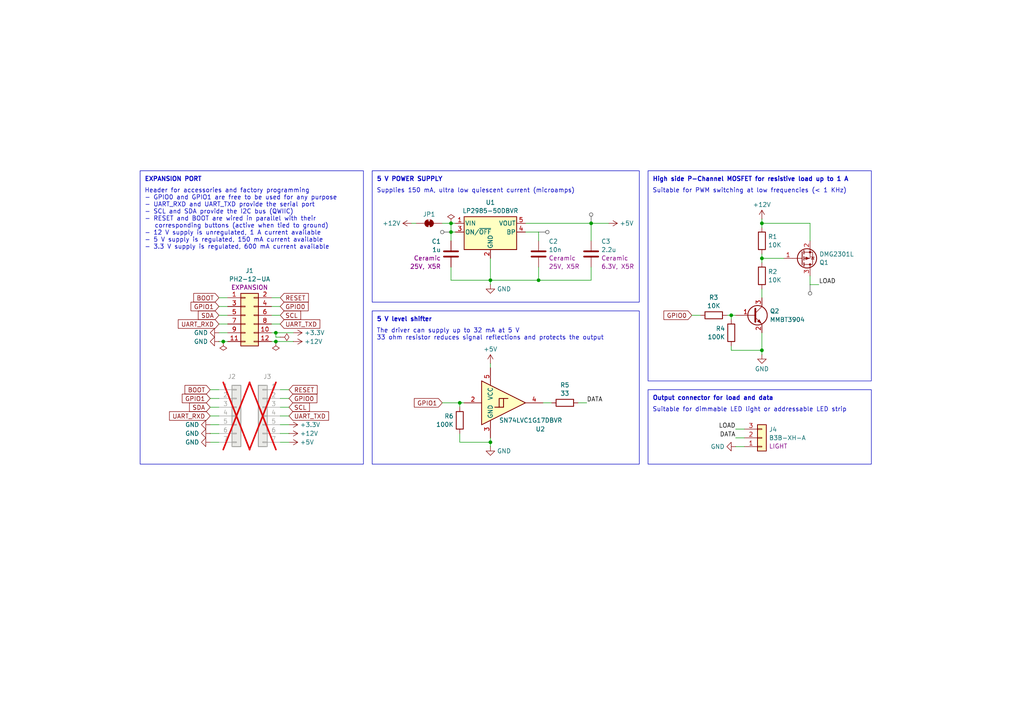
<source format=kicad_sch>
(kicad_sch (version 20231120) (generator "eeschema") (generator_version "8.0")
  (paper "A4")
  (title_block (title "Minuet Light Accessory") (date "2025-02") (rev "2.5"))
  (lib_symbols
    (symbol "74xGxx:74LVC1G17"
      (property "Reference" "U" (at 0 3.81 0))
      (property "Value" "74LVC1G17" (at 0 -3.81 0))
      (symbol "74LVC1G17_0_1"
        (polyline (pts (xy -7.62 6.35) (xy -7.62 -6.35) (xy 5.08 0) (xy -7.62 6.35)) (stroke (width 0.254)) (fill (type background)))
        (polyline (pts (xy -3.81 -1.27) (xy -2.54 -1.27) (xy -2.54 1.27) (xy -1.27 1.27)) (stroke (width 0.254)) (fill (type background)))
        (polyline (pts (xy -2.54 -1.27) (xy -1.27 -1.27) (xy -1.27 1.27) (xy 0 1.27)) (stroke (width 0.254)) (fill (type background)))
      )
      (symbol "74LVC1G17_1_1"
        (pin no_connect line (at -7.62 5.08 180) (length 5.08) hide (name "NC") (number "1"))
        (pin input line (at -12.7 0 0) (length 5.08) (name "~") (number "2"))
        (pin power_in line (at -5.08 -10.16 90) (length 5.08) (name "GND") (number "3"))
        (pin output line (at 10.16 0 180) (length 5.08) (name "~") (number "4"))
        (pin power_in line (at -5.08 10.16 270) (length 5.08) (name "VCC") (number "5"))
      )
    )
    (symbol "Connector_Generic:Conn_01x03" (pin_names (offset 1.016) hide)
      (property "Reference" "J" (at 0 5.08 0))
      (property "Value" "Conn_01x03" (at 0 -5.08 0))
      (symbol "Conn_01x03_1_1"
        (rectangle (start -1.27 -2.413) (end 0 -2.667) (stroke (width 0.1524)))
        (rectangle (start -1.27 0.127) (end 0 -0.127) (stroke (width 0.1524)))
        (rectangle (start -1.27 2.667) (end 0 2.413) (stroke (width 0.1524)))
        (rectangle (start -1.27 3.81) (end 1.27 -3.81) (stroke (width 0.254)) (fill (type background)))
        (pin passive line (at -5.08 2.54 0) (length 3.81) (name "Pin_1") (number "1"))
        (pin passive line (at -5.08 0 0) (length 3.81) (name "Pin_2") (number "2"))
        (pin passive line (at -5.08 -2.54 0) (length 3.81) (name "Pin_3") (number "3"))
      )
    )
    (symbol "Connector_Generic:Conn_01x07" (pin_names (offset 1.016) hide)
      (property "Reference" "J" (at 0 10.16 0))
      (property "Value" "Conn_01x07" (at 0 -10.16 0))
      (symbol "Conn_01x07_1_1"
        (rectangle (start -1.27 -7.493) (end 0 -7.747) (stroke (width 0.1524)))
        (rectangle (start -1.27 -4.953) (end 0 -5.207) (stroke (width 0.1524)))
        (rectangle (start -1.27 -2.413) (end 0 -2.667) (stroke (width 0.1524)))
        (rectangle (start -1.27 0.127) (end 0 -0.127) (stroke (width 0.1524)))
        (rectangle (start -1.27 2.667) (end 0 2.413) (stroke (width 0.1524)))
        (rectangle (start -1.27 5.207) (end 0 4.953) (stroke (width 0.1524)))
        (rectangle (start -1.27 7.747) (end 0 7.493) (stroke (width 0.1524)))
        (rectangle (start -1.27 8.89) (end 1.27 -8.89) (stroke (width 0.254)) (fill (type background)))
        (pin passive line (at -5.08 7.62 0) (length 3.81) (name "Pin_1") (number "1"))
        (pin passive line (at -5.08 5.08 0) (length 3.81) (name "Pin_2") (number "2"))
        (pin passive line (at -5.08 2.54 0) (length 3.81) (name "Pin_3") (number "3"))
        (pin passive line (at -5.08 0 0) (length 3.81) (name "Pin_4") (number "4"))
        (pin passive line (at -5.08 -2.54 0) (length 3.81) (name "Pin_5") (number "5"))
        (pin passive line (at -5.08 -5.08 0) (length 3.81) (name "Pin_6") (number "6"))
        (pin passive line (at -5.08 -7.62 0) (length 3.81) (name "Pin_7") (number "7"))
      )
    )
    (symbol "Connector_Generic:Conn_02x06_Odd_Even" (pin_names (offset 1.016) hide)
      (property "Reference" "J" (at 1.27 7.62 0))
      (property "Value" "Conn_02x06_Odd_Even" (at 1.27 -10.16 0))
      (symbol "Conn_02x06_Odd_Even_1_1"
        (rectangle (start -1.27 -7.493) (end 0 -7.747) (stroke (width 0.1524)))
        (rectangle (start -1.27 -4.953) (end 0 -5.207) (stroke (width 0.1524)))
        (rectangle (start -1.27 -2.413) (end 0 -2.667) (stroke (width 0.1524)))
        (rectangle (start -1.27 0.127) (end 0 -0.127) (stroke (width 0.1524)))
        (rectangle (start -1.27 2.667) (end 0 2.413) (stroke (width 0.1524)))
        (rectangle (start -1.27 5.207) (end 0 4.953) (stroke (width 0.1524)))
        (rectangle (start -1.27 6.35) (end 3.81 -8.89) (stroke (width 0.254)) (fill (type background)))
        (rectangle (start 3.81 -7.493) (end 2.54 -7.747) (stroke (width 0.1524)))
        (rectangle (start 3.81 -4.953) (end 2.54 -5.207) (stroke (width 0.1524)))
        (rectangle (start 3.81 -2.413) (end 2.54 -2.667) (stroke (width 0.1524)))
        (rectangle (start 3.81 0.127) (end 2.54 -0.127) (stroke (width 0.1524)))
        (rectangle (start 3.81 2.667) (end 2.54 2.413) (stroke (width 0.1524)))
        (rectangle (start 3.81 5.207) (end 2.54 4.953) (stroke (width 0.1524)))
        (pin passive line (at -5.08 5.08 0) (length 3.81) (name "Pin_1") (number "1"))
        (pin passive line (at 7.62 -5.08 180) (length 3.81) (name "Pin_10") (number "10"))
        (pin passive line (at -5.08 -7.62 0) (length 3.81) (name "Pin_11") (number "11"))
        (pin passive line (at 7.62 -7.62 180) (length 3.81) (name "Pin_12") (number "12"))
        (pin passive line (at 7.62 5.08 180) (length 3.81) (name "Pin_2") (number "2"))
        (pin passive line (at -5.08 2.54 0) (length 3.81) (name "Pin_3") (number "3"))
        (pin passive line (at 7.62 2.54 180) (length 3.81) (name "Pin_4") (number "4"))
        (pin passive line (at -5.08 0 0) (length 3.81) (name "Pin_5") (number "5"))
        (pin passive line (at 7.62 0 180) (length 3.81) (name "Pin_6") (number "6"))
        (pin passive line (at -5.08 -2.54 0) (length 3.81) (name "Pin_7") (number "7"))
        (pin passive line (at 7.62 -2.54 180) (length 3.81) (name "Pin_8") (number "8"))
        (pin passive line (at -5.08 -5.08 0) (length 3.81) (name "Pin_9") (number "9"))
      )
    )
    (symbol "Device:C" (pin_numbers hide) (pin_names (offset 0.254))
      (property "Reference" "C" (at 0.635 2.54 0))
      (property "Value" "C" (at 0.635 -2.54 0))
      (symbol "C_0_1"
        (polyline (pts (xy -2.032 -0.762) (xy 2.032 -0.762)) (stroke (width 0.508)))
        (polyline (pts (xy -2.032 0.762) (xy 2.032 0.762)) (stroke (width 0.508)))
      )
      (symbol "C_1_1"
        (pin passive line (at 0 3.81 270) (length 2.794) (name "~") (number "1"))
        (pin passive line (at 0 -3.81 90) (length 2.794) (name "~") (number "2"))
      )
    )
    (symbol "Device:Q_PMOS_GSD" (pin_names (offset 0) hide)
      (property "Reference" "Q" (at 5.08 1.27 0))
      (property "Value" "Q_PMOS_GSD" (at 5.08 -1.27 0))
      (symbol "Q_PMOS_GSD_0_1"
        (polyline (pts (xy 0.254 0) (xy -2.54 0)))
        (polyline (pts (xy 0.254 1.905) (xy 0.254 -1.905)) (stroke (width 0.254)))
        (polyline (pts (xy 0.762 -1.27) (xy 0.762 -2.286)) (stroke (width 0.254)))
        (polyline (pts (xy 0.762 0.508) (xy 0.762 -0.508)) (stroke (width 0.254)))
        (polyline (pts (xy 0.762 2.286) (xy 0.762 1.27)) (stroke (width 0.254)))
        (polyline (pts (xy 2.54 2.54) (xy 2.54 1.778)))
        (polyline (pts (xy 2.54 -2.54) (xy 2.54 0) (xy 0.762 0)))
        (polyline (pts (xy 0.762 1.778) (xy 3.302 1.778) (xy 3.302 -1.778) (xy 0.762 -1.778)))
        (polyline (pts (xy 2.286 0) (xy 1.27 0.381) (xy 1.27 -0.381) (xy 2.286 0)) (fill (type outline)))
        (polyline (pts (xy 2.794 -0.508) (xy 2.921 -0.381) (xy 3.683 -0.381) (xy 3.81 -0.254)))
        (polyline (pts (xy 3.302 -0.381) (xy 2.921 0.254) (xy 3.683 0.254) (xy 3.302 -0.381)))
        (circle (center 1.651 0) (radius 2.794) (stroke (width 0.254)))
        (circle (center 2.54 -1.778) (radius 0.254) (fill (type outline)))
        (circle (center 2.54 1.778) (radius 0.254) (fill (type outline)))
      )
      (symbol "Q_PMOS_GSD_1_1"
        (pin input line (at -5.08 0 0) (length 2.54) (name "G") (number "1"))
        (pin passive line (at 2.54 -5.08 90) (length 2.54) (name "S") (number "2"))
        (pin passive line (at 2.54 5.08 270) (length 2.54) (name "D") (number "3"))
      )
    )
    (symbol "Device:R" (pin_numbers hide) (pin_names (offset 0))
      (property "Reference" "R" (at 2.032 0 90))
      (property "Value" "R" (at 0 0 90))
      (symbol "R_0_1"
        (rectangle (start -1.016 -2.54) (end 1.016 2.54) (stroke (width 0.254)))
      )
      (symbol "R_1_1"
        (pin passive line (at 0 3.81 270) (length 1.27) (name "~") (number "1"))
        (pin passive line (at 0 -3.81 90) (length 1.27) (name "~") (number "2"))
      )
    )
    (symbol "Jumper:SolderJumper_2_Bridged" (pin_numbers hide) (pin_names (offset 0) hide) (exclude_from_sim yes) (in_bom no)
      (property "Reference" "JP" (at 0 2.032 0))
      (property "Value" "SolderJumper_2_Bridged" (at 0 -2.54 0))
      (symbol "SolderJumper_2_Bridged_0_1"
        (rectangle (start -0.508 0.508) (end 0.508 -0.508) (fill (type outline)))
        (arc (start -0.254 1.016) (mid -1.2656 0) (end -0.254 -1.016))
        (arc (start -0.254 1.016) (mid -1.2656 0) (end -0.254 -1.016) (fill (type outline)))
        (polyline (pts (xy -0.254 1.016) (xy -0.254 -1.016)))
        (polyline (pts (xy 0.254 1.016) (xy 0.254 -1.016)))
        (arc (start 0.254 -1.016) (mid 1.2656 0) (end 0.254 1.016))
        (arc (start 0.254 -1.016) (mid 1.2656 0) (end 0.254 1.016) (fill (type outline)))
      )
      (symbol "SolderJumper_2_Bridged_1_1"
        (pin passive line (at -3.81 0 0) (length 2.54) (name "A") (number "1"))
        (pin passive line (at 3.81 0 180) (length 2.54) (name "B") (number "2"))
      )
    )
    (symbol "Regulator_Linear:LP2985-5.0" (pin_names (offset 0.254))
      (property "Reference" "U" (at -6.35 5.715 0))
      (property "Value" "LP2985-5.0" (at 0 5.715 0))
      (symbol "LP2985-5.0_0_1"
        (rectangle (start -7.62 -5.08) (end 7.62 4.445) (stroke (width 0.254)) (fill (type background)))
      )
      (symbol "LP2985-5.0_1_1"
        (pin power_in line (at -10.16 2.54 0) (length 2.54) (name "VIN") (number "1"))
        (pin power_in line (at 0 -7.62 90) (length 2.54) (name "GND") (number "2"))
        (pin input line (at -10.16 0 0) (length 2.54) (name "ON/~{OFF}") (number "3"))
        (pin input line (at 10.16 0 180) (length 2.54) (name "BP") (number "4"))
        (pin power_out line (at 10.16 2.54 180) (length 2.54) (name "VOUT") (number "5"))
      )
    )
    (symbol "Transistor_BJT:MMBT3904" (pin_names (offset 0) hide)
      (property "Reference" "Q" (at 5.08 1.905 0))
      (property "Value" "MMBT3904" (at 5.08 0 0))
      (symbol "MMBT3904_0_1"
        (polyline (pts (xy 0.635 0.635) (xy 2.54 2.54)))
        (polyline (pts (xy 0.635 -0.635) (xy 2.54 -2.54) (xy 2.54 -2.54)))
        (polyline (pts (xy 0.635 1.905) (xy 0.635 -1.905) (xy 0.635 -1.905)) (stroke (width 0.508)))
        (polyline (pts (xy 1.27 -1.778) (xy 1.778 -1.27) (xy 2.286 -2.286) (xy 1.27 -1.778) (xy 1.27 -1.778)) (fill (type outline)))
        (circle (center 1.27 0) (radius 2.8194) (stroke (width 0.254)))
      )
      (symbol "MMBT3904_1_1"
        (pin input line (at -5.08 0 0) (length 5.715) (name "B") (number "1"))
        (pin passive line (at 2.54 -5.08 90) (length 2.54) (name "E") (number "2"))
        (pin passive line (at 2.54 5.08 270) (length 2.54) (name "C") (number "3"))
      )
    )
    (symbol "power:+12V" (power) (pin_numbers hide) (pin_names (offset 0) hide)
      (property "Value" "+12V" (at 0 3.556 0))
      (symbol "+12V_0_1"
        (polyline (pts (xy -0.762 1.27) (xy 0 2.54)))
        (polyline (pts (xy 0 0) (xy 0 2.54)))
        (polyline (pts (xy 0 2.54) (xy 0.762 1.27)))
      )
      (symbol "+12V_1_1"
        (pin power_in line (at 0 0 90) (length 0) (name "~") (number "1"))
      )
    )
    (symbol "power:+3.3V" (power) (pin_numbers hide) (pin_names (offset 0) hide)
      (property "Value" "+3.3V" (at 0 3.556 0))
      (symbol "+3.3V_0_1"
        (polyline (pts (xy -0.762 1.27) (xy 0 2.54)))
        (polyline (pts (xy 0 0) (xy 0 2.54)))
        (polyline (pts (xy 0 2.54) (xy 0.762 1.27)))
      )
      (symbol "+3.3V_1_1"
        (pin power_in line (at 0 0 90) (length 0) (name "~") (number "1"))
      )
    )
    (symbol "power:+5V" (power) (pin_numbers hide) (pin_names (offset 0) hide)
      (property "Value" "+5V" (at 0 3.556 0))
      (symbol "+5V_0_1"
        (polyline (pts (xy -0.762 1.27) (xy 0 2.54)))
        (polyline (pts (xy 0 0) (xy 0 2.54)))
        (polyline (pts (xy 0 2.54) (xy 0.762 1.27)))
      )
      (symbol "+5V_1_1"
        (pin power_in line (at 0 0 90) (length 0) (name "~") (number "1"))
      )
    )
    (symbol "power:GND" (power) (pin_numbers hide) (pin_names (offset 0) hide)
      (property "Value" "GND" (at 0 -3.81 0))
      (symbol "GND_0_1"
        (polyline (pts (xy 0 0) (xy 0 -1.27) (xy 1.27 -1.27) (xy 0 -2.54) (xy -1.27 -1.27) (xy 0 -1.27)))
      )
      (symbol "GND_1_1"
        (pin power_in line (at 0 0 270) (length 0) (name "~") (number "1"))
      )
    )
    (symbol "power:PWR_FLAG" (power) (pin_numbers hide) (pin_names (offset 0) hide)
      (property "Value" "PWR_FLAG" (at 0 3.81 0))
      (symbol "PWR_FLAG_0_0"
        (pin power_out line (at 0 0 90) (length 0) (name "~") (number "1"))
      )
      (symbol "PWR_FLAG_0_1"
        (polyline (pts (xy 0 0) (xy 0 1.27) (xy -1.016 1.905) (xy 0 2.54) (xy 1.016 1.905) (xy 0 1.27)))
      )
    )
  )
  (junction (at 156.21 81.28))
  (junction (at 212.09 91.44))
  (junction (at 80.01 96.52))
  (junction (at 220.98 64.77))
  (junction (at 80.01 99.06))
  (junction (at 220.98 74.93))
  (junction (at 142.24 128.27))
  (junction (at 171.45 64.77))
  (junction (at 64.77 99.06))
  (junction (at 133.35 116.84))
  (junction (at 130.81 64.77))
  (junction (at 130.81 67.31))
  (junction (at 220.98 101.6))
  (junction (at 142.24 81.28))
  (wire (pts (xy 66.04 93.98) (xy 63.5 93.98)))
  (wire (pts (xy 60.96 115.57) (xy 63.5 115.57)))
  (wire (pts (xy 171.45 81.28) (xy 171.45 77.47)))
  (wire (pts (xy 81.28 118.11) (xy 83.82 118.11)))
  (wire (pts (xy 152.4 67.31) (xy 156.21 67.31)))
  (wire (pts (xy 156.21 67.31) (xy 156.21 69.85)))
  (wire (pts (xy 81.28 91.44) (xy 78.74 91.44)))
  (wire (pts (xy 119.38 64.77) (xy 120.65 64.77)))
  (wire (pts (xy 81.28 113.03) (xy 83.82 113.03)))
  (wire (pts (xy 156.21 77.47) (xy 156.21 81.28)))
  (wire (pts (xy 171.45 64.77) (xy 171.45 69.85)))
  (wire (pts (xy 220.98 101.6) (xy 220.98 102.87)))
  (wire (pts (xy 142.24 127) (xy 142.24 128.27)))
  (wire (pts (xy 213.36 124.46) (xy 215.9 124.46)))
  (wire (pts (xy 234.95 64.77) (xy 234.95 69.85)))
  (wire (pts (xy 60.96 125.73) (xy 63.5 125.73)))
  (wire (pts (xy 171.45 64.77) (xy 176.53 64.77)))
  (wire (pts (xy 64.77 99.06) (xy 63.5 99.06)))
  (wire (pts (xy 152.4 64.77) (xy 171.45 64.77)))
  (wire (pts (xy 142.24 128.27) (xy 142.24 129.54)))
  (wire (pts (xy 133.35 116.84) (xy 134.62 116.84)))
  (wire (pts (xy 156.21 81.28) (xy 171.45 81.28)))
  (wire (pts (xy 130.81 64.77) (xy 132.08 64.77)))
  (wire (pts (xy 60.96 118.11) (xy 63.5 118.11)))
  (wire (pts (xy 80.01 96.52) (xy 80.01 97.79)))
  (wire (pts (xy 60.96 113.03) (xy 63.5 113.03)))
  (wire (pts (xy 66.04 88.9) (xy 63.5 88.9)))
  (wire (pts (xy 142.24 81.28) (xy 142.24 82.55)))
  (wire (pts (xy 60.96 120.65) (xy 63.5 120.65)))
  (wire (pts (xy 220.98 83.82) (xy 220.98 86.36)))
  (wire (pts (xy 128.27 116.84) (xy 133.35 116.84)))
  (wire (pts (xy 220.98 74.93) (xy 227.33 74.93)))
  (wire (pts (xy 66.04 96.52) (xy 63.5 96.52)))
  (wire (pts (xy 157.48 116.84) (xy 160.02 116.84)))
  (wire (pts (xy 133.35 116.84) (xy 133.35 118.11)))
  (wire (pts (xy 81.28 128.27) (xy 83.82 128.27)))
  (wire (pts (xy 234.95 82.55) (xy 237.49 82.55)))
  (wire (pts (xy 130.81 67.31) (xy 130.81 69.85)))
  (wire (pts (xy 142.24 81.28) (xy 156.21 81.28)))
  (wire (pts (xy 78.74 99.06) (xy 80.01 99.06)))
  (wire (pts (xy 212.09 91.44) (xy 213.36 91.44)))
  (wire (pts (xy 128.27 64.77) (xy 130.81 64.77)))
  (wire (pts (xy 81.28 115.57) (xy 83.82 115.57)))
  (wire (pts (xy 81.28 86.36) (xy 78.74 86.36)))
  (wire (pts (xy 142.24 74.93) (xy 142.24 81.28)))
  (wire (pts (xy 210.82 91.44) (xy 212.09 91.44)))
  (wire (pts (xy 66.04 91.44) (xy 63.5 91.44)))
  (wire (pts (xy 130.81 67.31) (xy 132.08 67.31)))
  (wire (pts (xy 81.28 93.98) (xy 78.74 93.98)))
  (wire (pts (xy 130.81 81.28) (xy 142.24 81.28)))
  (wire (pts (xy 133.35 128.27) (xy 142.24 128.27)))
  (wire (pts (xy 220.98 64.77) (xy 234.95 64.77)))
  (wire (pts (xy 81.28 125.73) (xy 83.82 125.73)))
  (wire (pts (xy 213.36 127) (xy 215.9 127)))
  (wire (pts (xy 200.66 91.44) (xy 203.2 91.44)))
  (wire (pts (xy 66.04 86.36) (xy 63.5 86.36)))
  (wire (pts (xy 130.81 64.77) (xy 130.81 67.31)))
  (wire (pts (xy 220.98 73.66) (xy 220.98 74.93)))
  (wire (pts (xy 66.04 99.06) (xy 64.77 99.06)))
  (wire (pts (xy 130.81 77.47) (xy 130.81 81.28)))
  (wire (pts (xy 212.09 100.33) (xy 212.09 101.6)))
  (wire (pts (xy 80.01 97.79) (xy 81.28 97.79)))
  (wire (pts (xy 80.01 96.52) (xy 85.09 96.52)))
  (wire (pts (xy 142.24 105.41) (xy 142.24 106.68)))
  (wire (pts (xy 213.36 129.54) (xy 215.9 129.54)))
  (wire (pts (xy 220.98 64.77) (xy 220.98 66.04)))
  (wire (pts (xy 220.98 96.52) (xy 220.98 101.6)))
  (wire (pts (xy 81.28 120.65) (xy 83.82 120.65)))
  (wire (pts (xy 60.96 123.19) (xy 63.5 123.19)))
  (wire (pts (xy 80.01 96.52) (xy 78.74 96.52)))
  (wire (pts (xy 212.09 92.71) (xy 212.09 91.44)))
  (wire (pts (xy 167.64 116.84) (xy 170.18 116.84)))
  (wire (pts (xy 60.96 128.27) (xy 63.5 128.27)))
  (wire (pts (xy 81.28 123.19) (xy 83.82 123.19)))
  (wire (pts (xy 220.98 74.93) (xy 220.98 76.2)))
  (wire (pts (xy 220.98 63.5) (xy 220.98 64.77)))
  (wire (pts (xy 133.35 125.73) (xy 133.35 128.27)))
  (wire (pts (xy 212.09 101.6) (xy 220.98 101.6)))
  (wire (pts (xy 234.95 80.01) (xy 234.95 82.55)))
  (wire (pts (xy 80.01 99.06) (xy 85.09 99.06)))
  (wire (pts (xy 81.28 88.9) (xy 78.74 88.9)))
  (rectangle (start 187.96 49.53) (end 252.73 110.49))
  (rectangle (start 107.95 90.17) (end 185.42 134.62))
  (rectangle (start 187.96 113.03) (end 252.73 134.62))
  (rectangle (start 107.95 49.53) (end 185.42 87.63))
  (rectangle (start 40.64 49.53) (end 105.41 134.62))
  (text "High side P-Channel MOSFET for resistive load up to 1 A" (at 189.23 52.07 0) (effects (font (size 1.27 1.27) (thickness 0.254) (bold yes)) (justify left)))
  (text "Suitable for PWM switching at low frequencies (< 1 KHz)" (at 189.23 54.61 0) (effects (font (size 1.27 1.27)) (justify left top)))
  (text "The driver can supply up to 32 mA at 5 V\n33 ohm resistor reduces signal reflections and protects the output" (at 109.22 95.25 0) (effects (font (size 1.27 1.27)) (justify left top)))
  (text "5 V level shifter" (at 109.22 92.71 0) (effects (font (size 1.27 1.27) (thickness 0.254) (bold yes)) (justify left)))
  (text "EXPANSION PORT" (at 41.91 52.07 0) (effects (font (size 1.27 1.27) (thickness 0.254) (bold yes)) (justify left)))
  (text "Suitable for dimmable LED light or addressable LED strip" (at 189.23 118.11 0) (effects (font (size 1.27 1.27)) (justify left top)))
  (text "Header for accessories and factory programming\n- GPIO0 and GPIO1 are free to be used for any purpose\n- UART_RXD and UART_TXD provide the serial port\n- SCL and SDA provide the I2C bus (QWIIC)\n- RESET and BOOT are wired in parallel with their\n   corresponding buttons (active when tied to ground)\n- 12 V supply is unregulated, 1 A current available\n- 5 V supply is regulated, 150 mA current available\n- 3.3 V supply is regulated, 600 mA current available" (at 41.91 54.61 0) (effects (font (size 1.27 1.27)) (justify left top)))
  (text "Supplies 150 mA, ultra low quiescent current (microamps)" (at 109.22 54.61 0) (effects (font (size 1.27 1.27)) (justify left top)))
  (text "5 V POWER SUPPLY" (at 109.22 52.07 0) (effects (font (size 1.27 1.27) (thickness 0.254) (bold yes)) (justify left)))
  (text "Output connector for load and data" (at 189.23 115.57 0) (effects (font (size 1.27 1.27) (thickness 0.254) (bold yes)) (justify left)))
  (label "LOAD" (at 237.49 82.55 0))
  (label "DATA" (at 213.36 127 180))
  (label "DATA" (at 170.18 116.84 0))
  (label "LOAD" (at 213.36 124.46 180))
  (global_label "GPIO0" (shape input) (at 81.28 88.9 0) (property "Intersheetrefs" "${INTERSHEET_REFS}" (effects (hide yes))))
  (global_label "SDA" (shape input) (at 63.5 91.44 180) (property "Intersheetrefs" "${INTERSHEET_REFS}" (effects (hide yes))))
  (global_label "UART_RXD" (shape input) (at 60.96 120.65 180) (property "Intersheetrefs" "${INTERSHEET_REFS}" (effects (hide yes))))
  (global_label "SCL" (shape input) (at 83.82 118.11 0) (property "Intersheetrefs" "${INTERSHEET_REFS}" (effects (hide yes))))
  (global_label "UART_TXD" (shape input) (at 83.82 120.65 0) (property "Intersheetrefs" "${INTERSHEET_REFS}" (effects (hide yes))))
  (global_label "GPIO0" (shape input) (at 83.82 115.57 0) (property "Intersheetrefs" "${INTERSHEET_REFS}" (effects (hide yes))))
  (global_label "GPIO1" (shape input) (at 63.5 88.9 180) (property "Intersheetrefs" "${INTERSHEET_REFS}" (effects (hide yes))))
  (global_label "GPIO0" (shape input) (at 200.66 91.44 180) (property "Intersheetrefs" "${INTERSHEET_REFS}" (effects (hide yes))))
  (global_label "BOOT" (shape input) (at 63.5 86.36 180) (property "Intersheetrefs" "${INTERSHEET_REFS}" (effects (hide yes))))
  (global_label "UART_RXD" (shape input) (at 63.5 93.98 180) (property "Intersheetrefs" "${INTERSHEET_REFS}" (effects (hide yes))))
  (global_label "GPIO1" (shape input) (at 60.96 115.57 180) (property "Intersheetrefs" "${INTERSHEET_REFS}" (effects (hide yes))))
  (global_label "GPIO1" (shape input) (at 128.27 116.84 180) (property "Intersheetrefs" "${INTERSHEET_REFS}" (effects (hide yes))))
  (global_label "UART_TXD" (shape input) (at 81.28 93.98 0) (property "Intersheetrefs" "${INTERSHEET_REFS}" (effects (hide yes))))
  (global_label "RESET" (shape input) (at 83.82 113.03 0) (property "Intersheetrefs" "${INTERSHEET_REFS}" (effects (hide yes))))
  (global_label "RESET" (shape input) (at 81.28 86.36 0) (property "Intersheetrefs" "${INTERSHEET_REFS}" (effects (hide yes))))
  (global_label "BOOT" (shape input) (at 60.96 113.03 180) (property "Intersheetrefs" "${INTERSHEET_REFS}" (effects (hide yes))))
  (global_label "SDA" (shape input) (at 60.96 118.11 180) (property "Intersheetrefs" "${INTERSHEET_REFS}" (effects (hide yes))))
  (global_label "SCL" (shape input) (at 81.28 91.44 0) (property "Intersheetrefs" "${INTERSHEET_REFS}" (effects (hide yes))))
  (netclass_flag "" (length 2.54) (shape round) (at 171.45 64.77 0) (property "Netclass" "Power" (effects (hide yes))))
  (netclass_flag "" (length 2.54) (shape round) (at 234.95 82.55 180) (property "Netclass" "Power" (effects (hide yes))))
  (netclass_flag "" (length 2.54) (shape round) (at 156.21 67.31 270) (property "Netclass" "Power" (effects (hide yes))))
  (netclass_flag "" (length 2.54) (shape round) (at 130.81 67.31 90) (property "Netclass" "Power" (effects (hide yes))))
  (symbol (lib_id "power:GND") (at 142.24 129.54 0) (unit 1)
    (property "Reference" "#PWR017" (effects (hide yes)))
    (property "Value" "GND" (at 144.145 130.81 0) (effects (justify left)))
    (property "Description" "Power symbol creates a global label with name \"GND\" , ground" (effects (hide yes)))
  )
  (symbol (lib_id "Regulator_Linear:LP2985-5.0") (at 142.24 67.31 0) (unit 1)
    (property "Reference" "U1" (at 142.24 58.7205 0))
    (property "Value" "LP2985-50DBVR" (at 142.24 61.1448 0))
    (property "Footprint" "Package_TO_SOT_SMD:SOT-23-5_HandSoldering" (effects (hide yes)))
    (property "Datasheet" "http://www.ti.com/lit/ds/symlink/lp2985.pdf" (effects (hide yes)))
    (property "Description" "150mA 16V Low-noise Low-dropout Regulator With Shutdown, 5.0V output voltage, SOT-23-5" (effects (hide yes)))
  )
  (symbol (lib_id "power:+5V") (at 83.82 128.27 270) (unit 1)
    (property "Reference" "#PWR016" (effects (hide yes)))
    (property "Value" "+5V" (at 86.995 128.27 90) (effects (justify left)))
    (property "Description" "Power symbol creates a global label with name \"+5V\"" (effects (hide yes)))
  )
  (symbol (lib_id "Transistor_BJT:MMBT3904") (at 218.44 91.44 0) (unit 1)
    (property "Reference" "Q2" (at 223.2914 90.2278 0) (effects (justify left)))
    (property "Value" "MMBT3904" (at 223.266 92.71 0) (effects (justify left)))
    (property "Footprint" "Package_TO_SOT_SMD:SOT-23_Handsoldering" (effects (hide yes)))
    (property "Datasheet" "https://www.onsemi.com/pdf/datasheet/pzt3904-d.pdf" (effects (hide yes)))
    (property "Description" "0.2A Ic, 40V Vce, Small Signal NPN Transistor, SOT-23" (effects (hide yes)))
  )
  (symbol (lib_id "power:GND") (at 63.5 99.06 270) (mirror x) (unit 1)
    (property "Reference" "#PWR07" (effects (hide yes)))
    (property "Value" "GND" (at 60.3251 99.06 90) (effects (justify right)))
    (property "Description" "Power symbol creates a global label with name \"GND\" , ground" (effects (hide yes)))
  )
  (symbol (lib_id "power:PWR_FLAG") (at 81.28 97.79 270) (unit 1)
    (property "Reference" "#FLG02" (effects (hide yes)))
    (property "Value" "PWR_FLAG" (effects (hide yes)))
    (property "Description" "Special symbol for telling ERC where power comes from" (effects (hide yes)))
  )
  (symbol (lib_id "Connector_Generic:Conn_01x07") (at 68.58 120.65 0) (unit 1) (in_bom no) (dnp yes)
    (property "Reference" "J2" (at 66.04 109.22 0) (effects (justify left)))
    (property "Value" "Conn_01x07" (effects (hide yes)))
    (property "Footprint" "Generic:Pins_1x07" (effects (hide yes)))
    (property "Description" "Generic connector, single row, 01x07, script generated (kicad-library-utils/schlib/autogen/connector/)" (effects (hide yes)))
  )
  (symbol (lib_id "Device:C") (at 171.45 73.66 180) (unit 1)
    (property "Reference" "C3" (at 174.371 70.0235 0) (effects (justify right)))
    (property "Value" "2.2u" (at 174.371 72.4478 0) (effects (justify right)))
    (property "Footprint" "Capacitor_SMD:C_0603_1608Metric_Pad1.08x0.95mm_HandSolder" (effects (hide yes)))
    (property "Description" "Unpolarized capacitor" (effects (hide yes)))
    (property "Type" "Ceramic" (at 174.371 74.8721 0) (effects (justify right)))
    (property "Rating" "6.3V, X5R" (at 174.371 77.2964 0) (effects (justify right)))
  )
  (symbol (lib_id "power:+5V") (at 142.24 105.41 0) (unit 1)
    (property "Reference" "#PWR010" (effects (hide yes)))
    (property "Value" "+5V" (at 142.24 101.2769 0))
    (property "Description" "Power symbol creates a global label with name \"+5V\"" (effects (hide yes)))
  )
  (symbol (lib_id "power:+12V") (at 119.38 64.77 90) (unit 1)
    (property "Reference" "#PWR02" (effects (hide yes)))
    (property "Value" "+12V" (at 116.205 64.77 90) (effects (justify left)))
    (property "Description" "Power symbol creates a global label with name \"+12V\"" (effects (hide yes)))
  )
  (symbol (lib_id "power:+12V") (at 220.98 63.5 0) (unit 1)
    (property "Reference" "#PWR01" (effects (hide yes)))
    (property "Value" "+12V" (at 220.98 59.3669 0))
    (property "Description" "Power symbol creates a global label with name \"+12V\"" (effects (hide yes)))
  )
  (symbol (lib_id "Connector_Generic:Conn_02x06_Odd_Even") (at 71.12 91.44 0) (unit 1)
    (property "Reference" "J1" (at 72.39 78.5213 0))
    (property "Value" "PH2-12-UA" (at 72.39 80.9456 0))
    (property "Footprint" "Connector_PinHeader_2.54mm:PinHeader_2x06_P2.54mm_Vertical" (effects (hide yes)))
    (property "Datasheet" "https://app.adam-tech.com/products/download/data_sheet/202065/ph2-xx-ua-data-sheet.pdf" (effects (hide yes)))
    (property "Description" "Generic connector, double row, 02x06, odd/even pin numbering scheme (row 1 odd numbers, row 2 even numbers), script generated (kicad-library-utils/schlib/autogen/connector/)" (effects (hide yes)))
    (property "Label" "EXPANSION" (at 72.39 83.3699 0))
  )
  (symbol (lib_id "power:PWR_FLAG") (at 130.81 64.77 0) (unit 1)
    (property "Reference" "#FLG01" (effects (hide yes)))
    (property "Value" "PWR_FLAG" (effects (hide yes)))
    (property "Description" "Special symbol for telling ERC where power comes from" (effects (hide yes)))
  )
  (symbol (lib_id "power:+12V") (at 85.09 99.06 270) (mirror x) (unit 1)
    (property "Reference" "#PWR08" (effects (hide yes)))
    (property "Value" "+12V" (at 88.265 99.06 90) (effects (justify left)))
    (property "Description" "Power symbol creates a global label with name \"+12V\"" (effects (hide yes)))
  )
  (symbol (lib_id "power:PWR_FLAG") (at 80.01 99.06 180) (unit 1)
    (property "Reference" "#FLG04" (effects (hide yes)))
    (property "Value" "PWR_FLAG" (effects (hide yes)))
    (property "Description" "Special symbol for telling ERC where power comes from" (effects (hide yes)))
  )
  (symbol (lib_id "power:GND") (at 60.96 125.73 270) (mirror x) (unit 1)
    (property "Reference" "#PWR013" (effects (hide yes)))
    (property "Value" "GND" (at 57.7851 125.73 90) (effects (justify right)))
    (property "Description" "Power symbol creates a global label with name \"GND\" , ground" (effects (hide yes)))
  )
  (symbol (lib_id "Device:R") (at 220.98 80.01 180) (unit 1)
    (property "Reference" "R2" (at 222.758 78.7978 0) (effects (justify right)))
    (property "Value" "10K" (at 222.758 81.2221 0) (effects (justify right)))
    (property "Footprint" "Resistor_SMD:R_0603_1608Metric_Pad0.98x0.95mm_HandSolder" (effects (hide yes)))
    (property "Description" "Resistor" (effects (hide yes)))
  )
  (symbol (lib_id "Connector_Generic:Conn_01x07") (at 76.2 120.65 0) (mirror y) (unit 1) (in_bom no) (dnp yes)
    (property "Reference" "J3" (at 78.74 109.22 0) (effects (justify left)))
    (property "Value" "Conn_01x07" (effects (hide yes)))
    (property "Footprint" "Generic:Pins_1x07" (effects (hide yes)))
    (property "Description" "Generic connector, single row, 01x07, script generated (kicad-library-utils/schlib/autogen/connector/)" (effects (hide yes)))
  )
  (symbol (lib_id "Jumper:SolderJumper_2_Bridged") (at 124.46 64.77 180) (unit 1) (exclude_from_sim yes) (in_bom no)
    (property "Reference" "JP1" (at 124.46 62.1609 0))
    (property "Value" "SolderJumper_2_Open" (effects (hide yes)))
    (property "Footprint" "Jumper:SolderJumper-2_P1.3mm_Bridged_RoundedPad1.0x1.5mm" (effects (hide yes)))
    (property "Description" "Solder Jumper, 2-pole, closed/bridged" (effects (hide yes)))
  )
  (symbol (lib_id "Device:R") (at 212.09 96.52 0) (mirror x) (unit 1)
    (property "Reference" "R4" (at 210.3121 95.3078 0) (effects (justify right)))
    (property "Value" "100K" (at 210.3121 97.7321 0) (effects (justify right)))
    (property "Footprint" "Resistor_SMD:R_0603_1608Metric_Pad0.98x0.95mm_HandSolder" (effects (hide yes)))
    (property "Description" "Resistor" (effects (hide yes)))
  )
  (symbol (lib_id "power:+3.3V") (at 85.09 96.52 270) (mirror x) (unit 1)
    (property "Reference" "#PWR06" (effects (hide yes)))
    (property "Value" "+3.3V" (at 88.265 96.52 90) (effects (justify left)))
    (property "Description" "Power symbol creates a global label with name \"+3.3V\"" (effects (hide yes)))
  )
  (symbol (lib_id "Device:C") (at 130.81 73.66 0) (mirror y) (unit 1)
    (property "Reference" "C1" (at 127.889 70.0235 0) (effects (justify left)))
    (property "Value" "1u" (at 127.889 72.4478 0) (effects (justify left)))
    (property "Footprint" "Capacitor_SMD:C_0603_1608Metric_Pad1.08x0.95mm_HandSolder" (effects (hide yes)))
    (property "Description" "Unpolarized capacitor" (effects (hide yes)))
    (property "Type" "Ceramic" (at 127.889 74.8721 0) (effects (justify left)))
    (property "Rating" "25V, X5R" (at 127.889 77.2964 0) (effects (justify left)))
  )
  (symbol (lib_id "74xGxx:74LVC1G17") (at 147.32 116.84 0) (unit 1)
    (property "Reference" "U2" (at 156.718 124.46 0))
    (property "Value" "SN74LVC1G17DBVR" (at 153.924 121.92 0))
    (property "Footprint" "Package_TO_SOT_SMD:SOT-23-5_HandSoldering" (effects (hide yes)))
    (property "Datasheet" "https://www.ti.com/lit/ds/symlink/sn74lvc1g17.pdf" (effects (hide yes)))
    (property "Description" "Single Schmitt Buffer Gate, Low-Voltage CMOS" (effects (hide yes)))
  )
  (symbol (lib_id "Device:C") (at 156.21 73.66 180) (unit 1)
    (property "Reference" "C2" (at 159.131 70.0235 0) (effects (justify right)))
    (property "Value" "10n" (at 159.131 72.4478 0) (effects (justify right)))
    (property "Footprint" "Capacitor_SMD:C_0603_1608Metric_Pad1.08x0.95mm_HandSolder" (effects (hide yes)))
    (property "Description" "Unpolarized capacitor" (effects (hide yes)))
    (property "Type" "Ceramic" (at 159.131 74.8721 0) (effects (justify right)))
    (property "Rating" "25V, X5R" (at 159.131 77.2964 0) (effects (justify right)))
  )
  (symbol (lib_id "Connector_Generic:Conn_01x03") (at 220.98 127 0) (mirror x) (unit 1)
    (property "Reference" "J4" (at 223.012 124.5757 0) (effects (justify left)))
    (property "Value" "B3B-XH-A" (at 223.012 127 0) (effects (justify left)))
    (property "Footprint" "Connector_JST:JST_XH_B3B-XH-A_1x03_P2.50mm_Vertical" (effects (hide yes)))
    (property "Description" "Generic connector, single row, 01x03, script generated (kicad-library-utils/schlib/autogen/connector/)" (effects (hide yes)))
    (property "Label" "LIGHT" (at 223.012 129.4243 0) (effects (justify left)))
  )
  (symbol (lib_id "Device:R") (at 220.98 69.85 0) (unit 1)
    (property "Reference" "R1" (at 222.758 68.6378 0) (effects (justify left)))
    (property "Value" "10K" (at 222.758 71.0621 0) (effects (justify left)))
    (property "Footprint" "Resistor_SMD:R_0603_1608Metric_Pad0.98x0.95mm_HandSolder" (effects (hide yes)))
    (property "Description" "Resistor" (effects (hide yes)))
  )
  (symbol (lib_id "power:GND") (at 60.96 128.27 270) (mirror x) (unit 1)
    (property "Reference" "#PWR015" (effects (hide yes)))
    (property "Value" "GND" (at 57.7851 128.27 90) (effects (justify right)))
    (property "Description" "Power symbol creates a global label with name \"GND\" , ground" (effects (hide yes)))
  )
  (symbol (lib_id "Device:R") (at 163.83 116.84 270) (unit 1)
    (property "Reference" "R5" (at 163.83 111.6795 90))
    (property "Value" "33" (at 163.83 114.1038 90))
    (property "Footprint" "Resistor_SMD:R_0603_1608Metric_Pad0.98x0.95mm_HandSolder" (effects (hide yes)))
    (property "Description" "Resistor" (effects (hide yes)))
  )
  (symbol (lib_id "power:+12V") (at 83.82 125.73 270) (mirror x) (unit 1)
    (property "Reference" "#PWR014" (effects (hide yes)))
    (property "Value" "+12V" (at 86.995 125.73 90) (effects (justify left)))
    (property "Description" "Power symbol creates a global label with name \"+12V\"" (effects (hide yes)))
  )
  (symbol (lib_id "power:GND") (at 213.36 129.54 270) (unit 1)
    (property "Reference" "#PWR018" (effects (hide yes)))
    (property "Value" "GND" (at 210.1851 129.54 90) (effects (justify right)))
    (property "Description" "Power symbol creates a global label with name \"GND\" , ground" (effects (hide yes)))
  )
  (symbol (lib_id "power:GND") (at 142.24 82.55 0) (unit 1)
    (property "Reference" "#PWR04" (effects (hide yes)))
    (property "Value" "GND" (at 144.145 83.82 0) (effects (justify left)))
    (property "Description" "Power symbol creates a global label with name \"GND\" , ground" (effects (hide yes)))
  )
  (symbol (lib_id "power:GND") (at 60.96 123.19 270) (mirror x) (unit 1)
    (property "Reference" "#PWR011" (effects (hide yes)))
    (property "Value" "GND" (at 57.7851 123.19 90) (effects (justify right)))
    (property "Description" "Power symbol creates a global label with name \"GND\" , ground" (effects (hide yes)))
  )
  (symbol (lib_id "power:GND") (at 63.5 96.52 270) (mirror x) (unit 1)
    (property "Reference" "#PWR05" (effects (hide yes)))
    (property "Value" "GND" (at 60.3251 96.52 90) (effects (justify right)))
    (property "Description" "Power symbol creates a global label with name \"GND\" , ground" (effects (hide yes)))
  )
  (symbol (lib_id "power:PWR_FLAG") (at 64.77 99.06 180) (unit 1)
    (property "Reference" "#FLG03" (effects (hide yes)))
    (property "Value" "PWR_FLAG" (effects (hide yes)))
    (property "Description" "Special symbol for telling ERC where power comes from" (effects (hide yes)))
  )
  (symbol (lib_id "power:GND") (at 220.98 102.87 0) (unit 1)
    (property "Reference" "#PWR09" (effects (hide yes)))
    (property "Value" "GND" (at 220.98 107.0031 0))
    (property "Description" "Power symbol creates a global label with name \"GND\" , ground" (effects (hide yes)))
  )
  (symbol (lib_id "Device:R") (at 133.35 121.92 0) (mirror x) (unit 1)
    (property "Reference" "R6" (at 131.5721 120.7078 0) (effects (justify right)))
    (property "Value" "100K" (at 131.5721 123.1321 0) (effects (justify right)))
    (property "Footprint" "Resistor_SMD:R_0603_1608Metric_Pad0.98x0.95mm_HandSolder" (effects (hide yes)))
    (property "Description" "Resistor" (effects (hide yes)))
  )
  (symbol (lib_id "Device:Q_PMOS_GSD") (at 232.41 74.93 0) (mirror x) (unit 1)
    (property "Reference" "Q1" (at 237.617 76.1422 0) (effects (justify left)))
    (property "Value" "DMG2301L" (at 237.617 73.7179 0) (effects (justify left)))
    (property "Footprint" "Package_TO_SOT_SMD:SOT-23_Handsoldering" (effects (hide yes)))
    (property "Datasheet" "https://www.diodes.com/assets/Datasheets/DMG2301L.pdf" (effects (hide yes)))
    (property "Description" "P-MOSFET transistor, gate/source/drain" (effects (hide yes)))
  )
  (symbol (lib_id "power:+3.3V") (at 83.82 123.19 270) (mirror x) (unit 1)
    (property "Reference" "#PWR012" (effects (hide yes)))
    (property "Value" "+3.3V" (at 86.995 123.19 90) (effects (justify left)))
    (property "Description" "Power symbol creates a global label with name \"+3.3V\"" (effects (hide yes)))
  )
  (symbol (lib_id "Device:R") (at 207.01 91.44 270) (unit 1)
    (property "Reference" "R3" (at 207.01 86.2795 90))
    (property "Value" "10K" (at 207.01 88.7038 90))
    (property "Footprint" "Resistor_SMD:R_0603_1608Metric_Pad0.98x0.95mm_HandSolder" (effects (hide yes)))
    (property "Description" "Resistor" (effects (hide yes)))
  )
  (symbol (lib_id "power:+5V") (at 176.53 64.77 270) (unit 1)
    (property "Reference" "#PWR03" (effects (hide yes)))
    (property "Value" "+5V" (at 179.705 64.77 90) (effects (justify left)))
    (property "Description" "Power symbol creates a global label with name \"+5V\"" (effects (hide yes)))
  )
)
</source>
